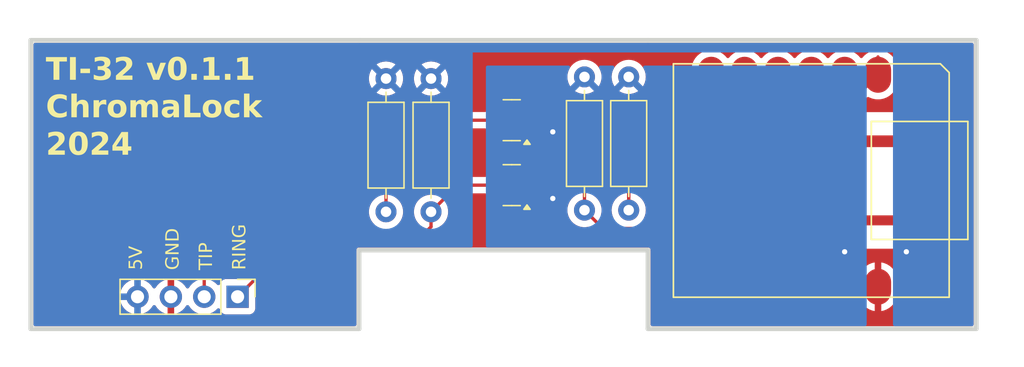
<source format=kicad_pcb>
(kicad_pcb (version 20240108) (generator "pcbnew") (generator_version "8.0")
  (layers (0 "F.Cu" signal) (31 "B.Cu" signal) (34 "B.Paste" user) (35 "F.Paste" user) (36 "B.SilkS" user "B.Silkscreen") (37 "F.SilkS" user "F.Silkscreen") (38 "B.Mask" user) (39 "F.Mask" user) (44 "Edge.Cuts" user))
  (net 0 "")
  (net 1 "RING")
  (net 2 "TIP")
  (net 3 "RING_GPIO")
  (net 4 "TIP_GPIO")
  (net 5 "+5V")
  (net 6 "+3.3V")
  (net 7 "GND")
  (footprint "Package_TO_SOT_SMD:SOT-23" (layer "F.Cu") (at 121.9685 63.119 180)
    (property "Reference" "Q1" (hide yes))
    (property "Value" "MMBF170" (hide yes))
    (fp_line (start 0 1.56) (end 0.65 1.56) (stroke (width 0.12)) (layer "F.SilkS"))
    (fp_line (start 0 1.56) (end -0.65 1.56) (stroke (width 0.12)) (layer "F.SilkS"))
    (fp_line (start 0 -1.56) (end 0.65 -1.56) (stroke (width 0.12)) (layer "F.SilkS"))
    (fp_line (start 0 -1.56) (end -0.65 -1.56) (stroke (width 0.12)) (layer "F.SilkS"))
    (fp_poly (pts (xy -1.1625 -1.51) (xy -1.4025 -1.84) (xy -0.9225 -1.84) (xy -1.1625 -1.51)) (stroke (width 0.12)) (fill solid) (layer "F.SilkS"))
    (pad "1" smd roundrect (at -0.9375 -0.95 180) (size 1.475 0.6) (layers "F.Cu" "F.Paste" "F.Mask") (net 6 "+3.3V"))
    (pad "2" smd roundrect (at -0.9375 0.95 180) (size 1.475 0.6) (layers "F.Cu" "F.Paste" "F.Mask") (net 3 "RING_GPIO"))
    (pad "3" smd roundrect (at 0.9375 0 180) (size 1.475 0.6) (layers "F.Cu" "F.Paste" "F.Mask") (net 1 "RING"))
  )
  (footprint "Connector_PinHeader_2.54mm:PinHeader_1x04_P2.54mm_Vertical" (layer "F.Cu") (at 101.092 71.628 -90)
    (property "Reference" "J1" (hide yes))
    (property "Value" "Conn_01x04" (hide yes))
    (fp_line (start -1.33 8.95) (end 1.33 8.95) (stroke (width 0.12)) (layer "F.SilkS"))
    (fp_line (start -1.33 1.27) (end -1.33 8.95) (stroke (width 0.12)) (layer "F.SilkS"))
    (fp_line (start -1.33 1.27) (end 1.33 1.27) (stroke (width 0.12)) (layer "F.SilkS"))
    (fp_line (start 1.33 1.27) (end 1.33 8.95) (stroke (width 0.12)) (layer "F.SilkS"))
    (fp_line (start -1.33 0) (end -1.33 -1.33) (stroke (width 0.12)) (layer "F.SilkS"))
    (fp_line (start -1.33 -1.33) (end 0 -1.33) (stroke (width 0.12)) (layer "F.SilkS"))
    (pad "1" thru_hole rect (at 0 0 270) (size 1.7 1.7) (drill 1) (layers "*.Cu" "*.Mask") (net 1 "RING"))
    (pad "2" thru_hole oval (at 0 2.54 270) (size 1.7 1.7) (drill 1) (layers "*.Cu" "*.Mask") (net 2 "TIP"))
    (pad "3" thru_hole oval (at 0 5.08 270) (size 1.7 1.7) (drill 1) (layers "*.Cu" "*.Mask") (net 7 "GND"))
    (pad "4" thru_hole oval (at 0 7.62 270) (size 1.7 1.7) (drill 1) (layers "*.Cu" "*.Mask") (net 5 "+5V"))
  )
  (footprint "Resistor_THT:R_Axial_DIN0207_L6.3mm_D2.5mm_P10.16mm_Horizontal" (layer "F.Cu") (at 112.395 54.991 -90)
    (property "Reference" "R4" (hide yes))
    (property "Value" "R" (hide yes))
    (fp_line (start 1.81 1.37) (end 8.35 1.37) (stroke (width 0.12)) (layer "F.SilkS"))
    (fp_line (start 8.35 1.37) (end 8.35 -1.37) (stroke (width 0.12)) (layer "F.SilkS"))
    (fp_line (start 1.04 0) (end 1.81 0) (stroke (width 0.12)) (layer "F.SilkS"))
    (fp_line (start 9.12 0) (end 8.35 0) (stroke (width 0.12)) (layer "F.SilkS"))
    (fp_line (start 1.81 -1.37) (end 1.81 1.37) (stroke (width 0.12)) (layer "F.SilkS"))
    (fp_line (start 8.35 -1.37) (end 1.81 -1.37) (stroke (width 0.12)) (layer "F.SilkS"))
    (pad "1" thru_hole circle (at 0 0 270) (size 1.6 1.6) (drill 0.8) (layers "*.Cu" "*.Mask") (net 5 "+5V"))
    (pad "2" thru_hole oval (at 10.16 0 270) (size 1.6 1.6) (drill 0.8) (layers "*.Cu" "*.Mask") (net 2 "TIP"))
  )
  (footprint "Resistor_THT:R_Axial_DIN0207_L6.3mm_D2.5mm_P10.16mm_Horizontal" (layer "F.Cu") (at 130.876 54.864 -90)
    (property "Reference" "R2" (hide yes))
    (property "Value" "R" (hide yes))
    (fp_line (start 1.81 1.37) (end 8.35 1.37) (stroke (width 0.12)) (layer "F.SilkS"))
    (fp_line (start 8.35 1.37) (end 8.35 -1.37) (stroke (width 0.12)) (layer "F.SilkS"))
    (fp_line (start 1.04 0) (end 1.81 0) (stroke (width 0.12)) (layer "F.SilkS"))
    (fp_line (start 9.12 0) (end 8.35 0) (stroke (width 0.12)) (layer "F.SilkS"))
    (fp_line (start 1.81 -1.37) (end 1.81 1.37) (stroke (width 0.12)) (layer "F.SilkS"))
    (fp_line (start 8.35 -1.37) (end 1.81 -1.37) (stroke (width 0.12)) (layer "F.SilkS"))
    (pad "1" thru_hole circle (at 0 0 270) (size 1.6 1.6) (drill 0.8) (layers "*.Cu" "*.Mask") (net 6 "+3.3V"))
    (pad "2" thru_hole oval (at 10.16 0 270) (size 1.6 1.6) (drill 0.8) (layers "*.Cu" "*.Mask") (net 4 "TIP_GPIO"))
  )
  (footprint "xiao ESP32C3_PCB:MOUDLE14P-SMD-2.54-21X17.8MM" (layer "F.Cu") (at 134.28 53.866 -90)
    (property "Reference" "U1" (hide yes))
    (property "Value" "MOUDLE-SEEEDUINO-XIAO-ESP32C3")
    (fp_line (start 0 0) (end 17.8 0) (stroke (width 0.127)) (layer "F.SilkS"))
    (fp_line (start 17.8 0) (end 17.8 -21) (stroke (width 0.127)) (layer "F.SilkS"))
    (fp_line (start 4.396 -15.072) (end 4.396 -22.425) (stroke (width 0.127)) (layer "F.SilkS"))
    (fp_line (start 13.395 -15.072) (end 4.396 -15.072) (stroke (width 0.127)) (layer "F.SilkS"))
    (fp_line (start 0 -20.3285) (end 0 0) (stroke (width 0.127)) (layer "F.SilkS"))
    (fp_line (start 0.671541 -21) (end 0 -20.3285) (stroke (width 0.127)) (layer "F.SilkS"))
    (fp_line (start 17.8 -21) (end 0.671541 -21) (stroke (width 0.127)) (layer "F.SilkS"))
    (fp_line (start 4.4 -22.424) (end 13.395 -22.424) (stroke (width 0.127)) (layer "F.SilkS"))
    (fp_line (start 13.395 -22.424) (end 13.395 -15.072) (stroke (width 0.127)) (layer "F.SilkS"))
    (pad "1" smd roundrect (at 0.835 -18.12 270) (size 2.75 2) (layers "F.Cu" "F.Paste" "F.Mask") (roundrect_rratio 0.5))
    (pad "2" smd roundrect (at 0.835 -15.58 270) (size 2.75 2) (layers "F.Cu" "F.Paste" "F.Mask") (roundrect_rratio 0.5) (net 4 "TIP_GPIO"))
    (pad "3" smd roundrect (at 0.835 -13.04 270) (size 2.75 2) (layers "F.Cu" "F.Paste" "F.Mask") (roundrect_rratio 0.5))
    (pad "4" smd roundrect (at 0.835 -10.5 270) (size 2.75 2) (layers "F.Cu" "F.Paste" "F.Mask") (roundrect_rratio 0.5))
    (pad "5" smd roundrect (at 0.835 -7.96 270) (size 2.75 2) (layers "F.Cu" "F.Paste" "F.Mask") (roundrect_rratio 0.5))
    (pad "6" smd roundrect (at 0.835 -5.42 270) (size 2.75 2) (layers "F.Cu" "F.Paste" "F.Mask") (roundrect_rratio 0.5))
    (pad "7" smd roundrect (at 0.835 -2.88 270) (size 2.75 2) (layers "F.Cu" "F.Paste" "F.Mask") (roundrect_rratio 0.5))
    (pad "8" smd roundrect (at 17 -2.88 270) (size 2.75 2) (layers "F.Cu" "F.Paste" "F.Mask") (roundrect_rratio 0.5))
    (pad "9" smd roundrect (at 17 -5.42 270) (size 2.75 2) (layers "F.Cu" "F.Paste" "F.Mask") (roundrect_rratio 0.5))
    (pad "10" smd roundrect (at 17 -7.96 270) (size 2.75 2) (layers "F.Cu" "F.Paste" "F.Mask") (roundrect_rratio 0.5))
    (pad "11" smd roundrect (at 17 -10.5 270) (size 2.75 2) (layers "F.Cu" "F.Paste" "F.Mask") (roundrect_rratio 0.5) (net 3 "RING_GPIO"))
    (pad "12" smd roundrect (at 17 -13.04 270) (size 2.75 2) (layers "F.Cu" "F.Paste" "F.Mask") (roundrect_rratio 0.5) (net 6 "+3.3V"))
    (pad "13" smd roundrect (at 17 -15.58 270) (size 2.75 2) (layers "F.Cu" "F.Paste" "F.Mask") (roundrect_rratio 0.5) (net 7 "GND"))
    (pad "14" smd roundrect (at 17 -18.12 270) (size 2.75 2) (layers "F.Cu" "F.Paste" "F.Mask") (roundrect_rratio 0.5) (net 5 "+5V"))
    (zone (net 0) (net_name "") (layer "F.Cu") (connect_pads (clearance 0)) (min_thickness 0.01)
      (keepout (tracks not_allowed) (vias not_allowed) (pads not_allowed) (copperpour not_allowed) (footprints allowed))
      (fill (thermal_gap 0.508) (thermal_bridge_width 0.508))
      (polygon (pts (xy 137.455 60.216) (xy 137.455 65.931) (xy 134.915 65.931) (xy 134.915 60.216)))
    )
    (zone (net 0) (net_name "") (layer "F.Cu") (connect_pads (clearance 0)) (min_thickness 0.01)
      (keepout (tracks not_allowed) (vias not_allowed) (pads not_allowed) (copperpour not_allowed) (footprints allowed))
      (fill (thermal_gap 0.508) (thermal_bridge_width 0.508))
      (polygon (pts (xy 145.583 63.645) (xy 145.583 66.693) (xy 142.535 66.693) (xy 142.535 63.645)))
    )
    (zone (net 0) (net_name "") (layer "F.Cu") (connect_pads (clearance 0)) (min_thickness 0.01)
      (keepout (tracks not_allowed) (vias not_allowed) (pads not_allowed) (copperpour not_allowed) (footprints allowed))
      (fill (thermal_gap 0.508) (thermal_bridge_width 0.508))
      (polygon (pts (xy 147.0435 56.8505) (xy 147.0435 59.7715) (xy 145.0115 59.7715) (xy 145.0115 56.8505)))
    )
    (zone (net 0) (net_name "") (layer "F.Cu") (connect_pads (clearance 0)) (min_thickness 0.01)
      (keepout (tracks not_allowed) (vias not_allowed) (pads not_allowed) (copperpour not_allowed) (footprints allowed))
      (fill (thermal_gap 0.508) (thermal_bridge_width 0.508))
      (polygon (pts (xy 151.298 57.549) (xy 151.298 59.327) (xy 148.631 59.327) (xy 148.631 57.549)))
    )
    (zone (net 0) (net_name "") (layer "F.Cu") (connect_pads (clearance 0)) (min_thickness 0.01)
      (keepout (tracks not_allowed) (vias not_allowed) (pads not_allowed) (copperpour not_allowed) (footprints allowed))
      (fill (thermal_gap 0.508) (thermal_bridge_width 0.508))
      (polygon (pts (xy 151.298 66.185) (xy 151.298 67.963) (xy 148.631 67.963) (xy 148.631 66.185)))
    )
    (zone (net 0) (net_name "") (layer "F.Cu") (connect_pads (clearance 0)) (min_thickness 0.01)
      (keepout (tracks not_allowed) (vias not_allowed) (pads not_allowed) (copperpour not_allowed) (footprints allowed))
      (fill (thermal_gap 0.508) (thermal_bridge_width 0.508))
      (polygon (pts (xy 154.6 60.216) (xy 154.6 65.423) (xy 147.615 65.423) (xy 147.615 60.216)))
    )
    (zone (net 0) (net_name "") (layer "F.Cu") (connect_pads (clearance 0)) (min_thickness 0.01)
      (keepout (tracks not_allowed) (vias not_allowed) (pads not_allowed) (copperpour not_allowed) (footprints allowed))
      (fill (thermal_gap 0.508) (thermal_bridge_width 0.508))
      (polygon (pts (xy 155.362 57.549) (xy 155.362 59.327) (xy 152.695 59.327) (xy 152.695 57.549)))
    )
    (zone (net 0) (net_name "") (layer "F.Cu") (connect_pads (clearance 0)) (min_thickness 0.01)
      (keepout (tracks not_allowed) (vias not_allowed) (pads not_allowed) (copperpour not_allowed) (footprints allowed))
      (fill (thermal_gap 0.508) (thermal_bridge_width 0.508))
      (polygon (pts (xy 155.362 66.185) (xy 155.362 67.963) (xy 152.695 67.963) (xy 152.695 66.185)))
    )
  )
  (footprint "Resistor_THT:R_Axial_DIN0207_L6.3mm_D2.5mm_P10.16mm_Horizontal" (layer "F.Cu") (at 115.824 54.991 -90)
    (property "Reference" "R3" (hide yes))
    (property "Value" "R" (hide yes))
    (fp_line (start 1.81 1.37) (end 8.35 1.37) (stroke (width 0.12)) (layer "F.SilkS"))
    (fp_line (start 8.35 1.37) (end 8.35 -1.37) (stroke (width 0.12)) (layer "F.SilkS"))
    (fp_line (start 1.04 0) (end 1.81 0) (stroke (width 0.12)) (layer "F.SilkS"))
    (fp_line (start 9.12 0) (end 8.35 0) (stroke (width 0.12)) (layer "F.SilkS"))
    (fp_line (start 1.81 -1.37) (end 1.81 1.37) (stroke (width 0.12)) (layer "F.SilkS"))
    (fp_line (start 8.35 -1.37) (end 1.81 -1.37) (stroke (width 0.12)) (layer "F.SilkS"))
    (pad "1" thru_hole circle (at 0 0 270) (size 1.6 1.6) (drill 0.8) (layers "*.Cu" "*.Mask") (net 5 "+5V"))
    (pad "2" thru_hole oval (at 10.16 0 270) (size 1.6 1.6) (drill 0.8) (layers "*.Cu" "*.Mask") (net 1 "RING"))
  )
  (footprint "Package_TO_SOT_SMD:SOT-23" (layer "F.Cu") (at 121.9685 58.166 180)
    (property "Reference" "Q2" (hide yes))
    (property "Value" "MMBF170" (hide yes))
    (fp_line (start 0 1.56) (end 0.65 1.56) (stroke (width 0.12)) (layer "F.SilkS"))
    (fp_line (start 0 1.56) (end -0.65 1.56) (stroke (width 0.12)) (layer "F.SilkS"))
    (fp_line (start 0 -1.56) (end 0.65 -1.56) (stroke (width 0.12)) (layer "F.SilkS"))
    (fp_line (start 0 -1.56) (end -0.65 -1.56) (stroke (width 0.12)) (layer "F.SilkS"))
    (fp_poly (pts (xy -1.1625 -1.51) (xy -1.4025 -1.84) (xy -0.9225 -1.84) (xy -1.1625 -1.51)) (stroke (width 0.12)) (fill solid) (layer "F.SilkS"))
    (pad "1" smd roundrect (at -0.9375 -0.95 180) (size 1.475 0.6) (layers "F.Cu" "F.Paste" "F.Mask") (net 6 "+3.3V"))
    (pad "2" smd roundrect (at -0.9375 0.95 180) (size 1.475 0.6) (layers "F.Cu" "F.Paste" "F.Mask") (net 4 "TIP_GPIO"))
    (pad "3" smd roundrect (at 0.9375 0 180) (size 1.475 0.6) (layers "F.Cu" "F.Paste" "F.Mask") (net 2 "TIP"))
  )
  (footprint "Resistor_THT:R_Axial_DIN0207_L6.3mm_D2.5mm_P10.16mm_Horizontal" (layer "F.Cu") (at 127.508 54.864 -90)
    (property "Reference" "R1" (hide yes))
    (property "Value" "R" (hide yes))
    (fp_line (start 1.81 1.37) (end 8.35 1.37) (stroke (width 0.12)) (layer "F.SilkS"))
    (fp_line (start 8.35 1.37) (end 8.35 -1.37) (stroke (width 0.12)) (layer "F.SilkS"))
    (fp_line (start 1.04 0) (end 1.81 0) (stroke (width 0.12)) (layer "F.SilkS"))
    (fp_line (start 9.12 0) (end 8.35 0) (stroke (width 0.12)) (layer "F.SilkS"))
    (fp_line (start 1.81 -1.37) (end 1.81 1.37) (stroke (width 0.12)) (layer "F.SilkS"))
    (fp_line (start 8.35 -1.37) (end 1.81 -1.37) (stroke (width 0.12)) (layer "F.SilkS"))
    (pad "1" thru_hole circle (at 0 0 270) (size 1.6 1.6) (drill 0.8) (layers "*.Cu" "*.Mask") (net 6 "+3.3V"))
    (pad "2" thru_hole oval (at 10.16 0 270) (size 1.6 1.6) (drill 0.8) (layers "*.Cu" "*.Mask") (net 3 "RING_GPIO"))
  )
  (gr_line (start 110.344021 74.070204) (end 110.344021 68.070051) (stroke (width 0.35738)) (layer "Edge.Cuts"))
  (gr_line (start 132.344233 74.070204) (end 157.344263 74.070204) (stroke (width 0.35738)) (layer "Edge.Cuts"))
  (gr_line (start 157.344263 74.070204) (end 157.344263 52.07) (stroke (width 0.35738)) (layer "Edge.Cuts"))
  (gr_line (start 132.344233 68.070051) (end 132.344233 74.070204) (stroke (width 0.35738)) (layer "Edge.Cuts"))
  (gr_line (start 110.344013 52.07) (end 85.344 52.07) (stroke (width 0.35738)) (layer "Edge.Cuts"))
  (gr_line (start 85.344 52.07) (end 85.344 74.070204) (stroke (width 0.35738)) (layer "Edge.Cuts"))
  (gr_line (start 85.344 74.070204) (end 110.344021 74.070204) (stroke (width 0.35738)) (layer "Edge.Cuts"))
  (gr_line (start 132.344217 52.07) (end 110.344013 52.07) (stroke (width 0.35738)) (layer "Edge.Cuts"))
  (gr_line (start 157.344263 52.07) (end 132.344217 52.07) (stroke (width 0.35738)) (layer "Edge.Cuts"))
  (gr_line (start 110.344021 68.070051) (end 132.344233 68.070051) (stroke (width 0.35738)) (layer "Edge.Cuts"))
  (gr_text "RING" (at 101.854 69.596 90) (layer "F.SilkS") (effects (font (size 1 1)) (justify left bottom)))
  (gr_text "GND" (at 96.774 69.596 90) (layer "F.SilkS") (effects (font (size 1 1)) (justify left bottom)))
  (gr_text "TIP\n" (at 99.314 69.596 90) (layer "F.SilkS") (effects (font (size 1 1)) (justify left bottom)))
  (gr_text "5V" (at 93.98 69.596 90) (layer "F.SilkS") (effects (font (size 1 1)) (justify left bottom)))
  (gr_text "TI-32 v0.1.1\nChromaLock\n2024" (at 86.487 61.087 0) (layer "F.SilkS") (effects (font (size 1.7 1.7) (thickness 0.2) (bold yes)) (justify left bottom)))
  (segment (start 115.824 65.151) (end 115.824 66.294) (width 0.25) (layer "F.Cu") (net 1))
  (segment (start 115.824 66.294) (end 115.189 66.929) (width 0.25) (layer "F.Cu") (net 1))
  (segment (start 117.856 63.119) (end 115.824 65.151) (width 0.25) (layer "F.Cu") (net 1))
  (segment (start 121.031 63.119) (end 117.856 63.119) (width 0.25) (layer "F.Cu") (net 1))
  (segment (start 105.791 66.929) (end 101.092 71.628) (width 0.25) (layer "F.Cu") (net 1))
  (segment (start 115.189 66.929) (end 105.791 66.929) (width 0.25) (layer "F.Cu") (net 1))
  (segment (start 117.602 58.166) (end 112.395 63.373) (width 0.25) (layer "F.Cu") (net 2))
  (segment (start 112.395 63.373) (end 111.887 62.865) (width 0.25) (layer "F.Cu") (net 2))
  (segment (start 104.648 62.865) (end 98.552 68.961) (width 0.25) (layer "F.Cu") (net 2))
  (segment (start 121.031 58.166) (end 117.602 58.166) (width 0.25) (layer "F.Cu") (net 2))
  (segment (start 111.887 62.865) (end 104.648 62.865) (width 0.25) (layer "F.Cu") (net 2))
  (segment (start 112.395 63.373) (end 112.395 65.151) (width 0.25) (layer "F.Cu") (net 2))
  (segment (start 98.552 68.961) (end 98.552 71.628) (width 0.25) (layer "F.Cu") (net 2))
  (segment (start 127.508 62.508) (end 127 62) (width 0.25) (layer "F.Cu") (net 3))
  (segment (start 123.075 62) (end 122.906 62.169) (width 0.25) (layer "F.Cu") (net 3))
  (segment (start 128.905 66.421) (end 140.335 66.421) (width 0.25) (layer "F.Cu") (net 3))
  (segment (start 127.508 65.024) (end 127.508 62.508) (width 0.25) (layer "F.Cu") (net 3))
  (segment (start 140.335 66.421) (end 144.78 70.866) (width 0.25) (layer "F.Cu") (net 3))
  (segment (start 127 62) (end 123.075 62) (width 0.25) (layer "F.Cu") (net 3))
  (segment (start 127.508 65.024) (end 128.905 66.421) (width 0.25) (layer "F.Cu") (net 3))
  (segment (start 146.939 60.452) (end 139.827 60.452) (width 0.25) (layer "F.Cu") (net 4))
  (segment (start 130.876 65.024) (end 130.876 61.876) (width 0.25) (layer "F.Cu") (net 4))
  (segment (start 149.86 54.701) (end 149.86 53.34) (width 0.25) (layer "F.Cu") (net 4))
  (segment (start 147.955 59.436) (end 146.939 60.452) (width 0.25) (layer "F.Cu") (net 4))
  (segment (start 133.35 59.436) (end 130.876 61.91) (width 0.25) (layer "F.Cu") (net 4))
  (segment (start 130.876 61.876) (end 126.216 57.216) (width 0.25) (layer "F.Cu") (net 4))
  (segment (start 147.955 56.606) (end 147.955 59.436) (width 0.25) (layer "F.Cu") (net 4))
  (segment (start 149.86 54.701) (end 147.955 56.606) (width 0.25) (layer "F.Cu") (net 4))
  (segment (start 126.216 57.216) (end 122.906 57.216) (width 0.25) (layer "F.Cu") (net 4))
  (segment (start 139.827 60.452) (end 138.811 59.436) (width 0.25) (layer "F.Cu") (net 4))
  (segment (start 130.876 61.91) (end 130.876 65.024) (width 0.25) (layer "F.Cu") (net 4))
  (segment (start 138.811 59.436) (end 133.35 59.436) (width 0.25) (layer "F.Cu") (net 4))
  (segment (start 152.4 70.866) (end 152.4 68.58) (width 0.25) (layer "F.Cu") (net 5))
  (segment (start 152.4 68.58) (end 152.019 68.199) (width 0.25) (layer "F.Cu") (net 5))
  (via (at 152.019 68.199) (size 0.8) (drill 0.4) (layers "F.Cu" "B.Cu") (net 5))
  (segment (start 122.906 64.069) (end 125.029 64.069) (width 0.25) (layer "F.Cu") (net 6))
  (segment (start 122.906 59.116) (end 125.034 59.116) (width 0.25) (layer "F.Cu") (net 6))
  (segment (start 125.029 64.069) (end 125.095 64.135) (width 0.25) (layer "F.Cu") (net 6))
  (segment (start 147.32 70.866) (end 147.32 68.199) (width 0.25) (layer "F.Cu") (net 6))
  (segment (start 125.034 59.116) (end 125.095 59.055) (width 0.25) (layer "F.Cu") (net 6))
  (via (at 147.32 68.199) (size 0.8) (drill 0.4) (layers "F.Cu" "B.Cu") (net 6))
  (via (at 125.095 64.135) (size 0.8) (drill 0.4) (layers "F.Cu" "B.Cu") (net 6))
  (via (at 125.095 59.055) (size 0.8) (drill 0.4) (layers "F.Cu" "B.Cu") (net 6))
  (zone (net 7) (net_name "GND") (layer "F.Cu") (priority 1) (connect_pads (clearance 0.5)) (min_thickness 0.25) (fill yes (thermal_gap 0.5) (thermal_bridge_width 0.5) (island_removal_mode 1) (island_area_min 10))
    (polygon (pts (xy 159 76) (xy 159 50) (xy 83 50) (xy 83 76)))
  )
  (zone (net 5) (net_name "+5V") (layer "B.Cu") (priority 1) (connect_pads (clearance 0.5)) (min_thickness 0.25) (fill yes (thermal_gap 0.5) (thermal_bridge_width 0.5))
    (polygon (pts (xy 84 77) (xy 84 49) (xy 161 49) (xy 161 76.635) (xy 151 76.635) (xy 151 53) (xy 119 53) (xy 119 77)))
  )
  (zone (net 6) (net_name "+3.3V") (layer "B.Cu") (priority 2) (connect_pads (clearance 0.5)) (min_thickness 0.25) (fill yes (thermal_gap 0.5) (thermal_bridge_width 0.5))
    (polygon (pts (xy 149 77) (xy 120 77) (xy 120 54) (xy 149 54)))
  )
)
</source>
